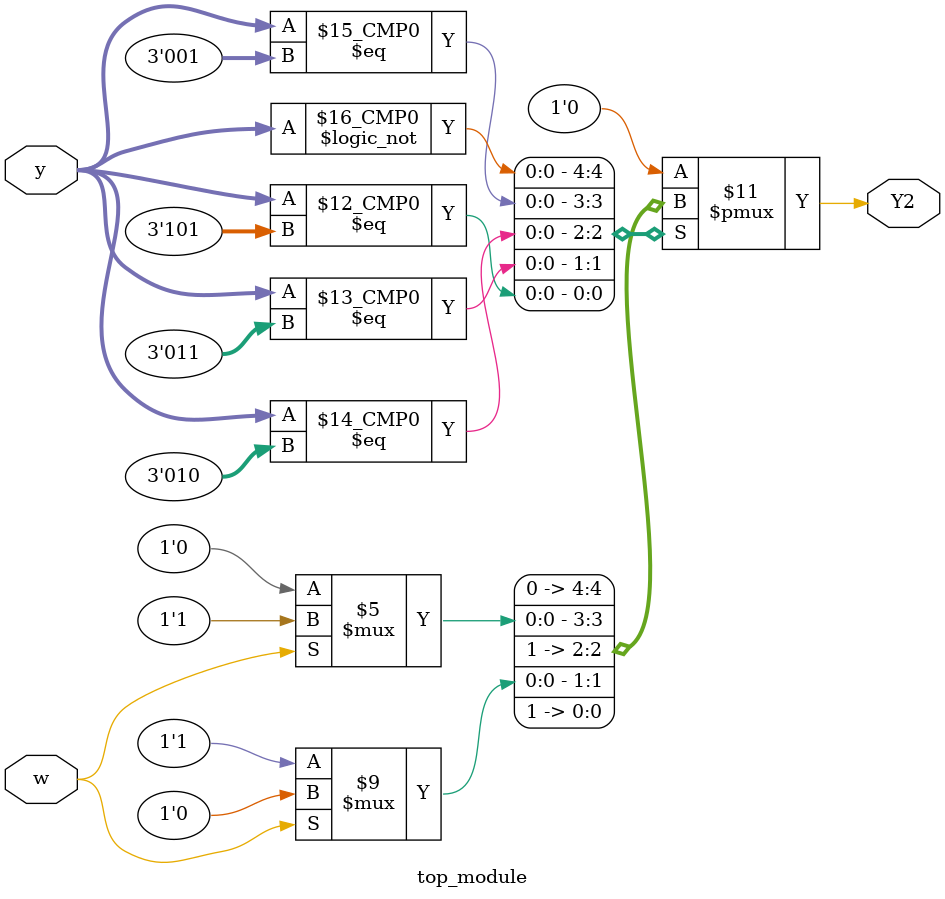
<source format=sv>
module top_module(
    input [3:1] y,
    input w,
    output reg Y2);

    // State encoding 
    parameter A = 3'b000,
              B = 3'b001,
              C = 3'b010,
              D = 3'b011,
              E = 3'b100,
              F = 3'b101;
    
    always @(*) begin
        case (y)
            A: Y2 = (w == 1'b0) ? 1'b0 : 1'b0; // A -> B or A -> A
            B: Y2 = (w == 1'b0) ? 1'b0 : 1'b1; // B -> C or B -> D
            C: Y2 = (w == 1'b0) ? 1'b1 : 1'b1; // C -> E or C -> D
            D: Y2 = (w == 1'b0) ? 1'b1 : 1'b0; // D -> F or D -> A
            E: Y2 = 1'b0;                      // E -> E or E -> D
            F: Y2 = 1'b1;                      // F -> C or F -> D
            default: Y2 = 1'b0;
        endcase
    end
endmodule

</source>
